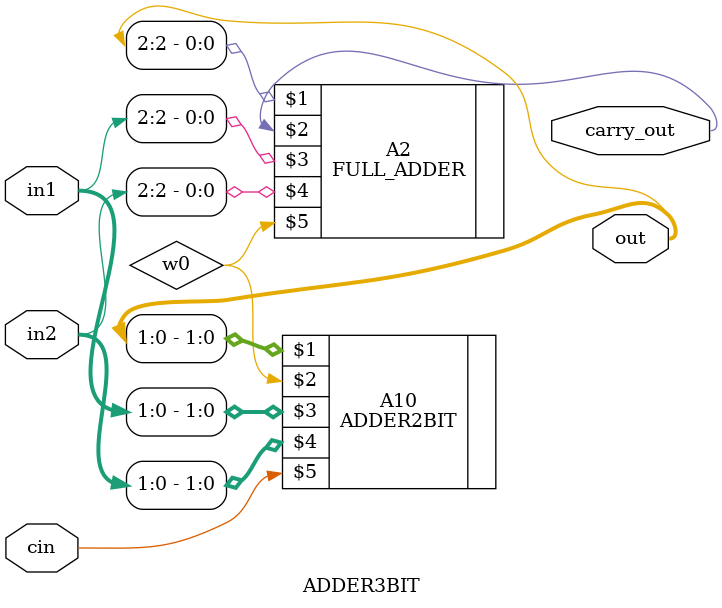
<source format=v>
`timescale 1ns / 1ps


module ADDER3BIT(out,carry_out,in1,in2,cin);
    input [2:0] in1,in2;
    input cin;
    output [2:0] out;
    output carry_out;
    
    wire w0;
    
    ADDER2BIT  A10(out[1:0],w0,in1[1:0],in2[1:0],cin);
    FULL_ADDER A2(out[2],carry_out,in1[2],in2[2],w0);
endmodule

</source>
